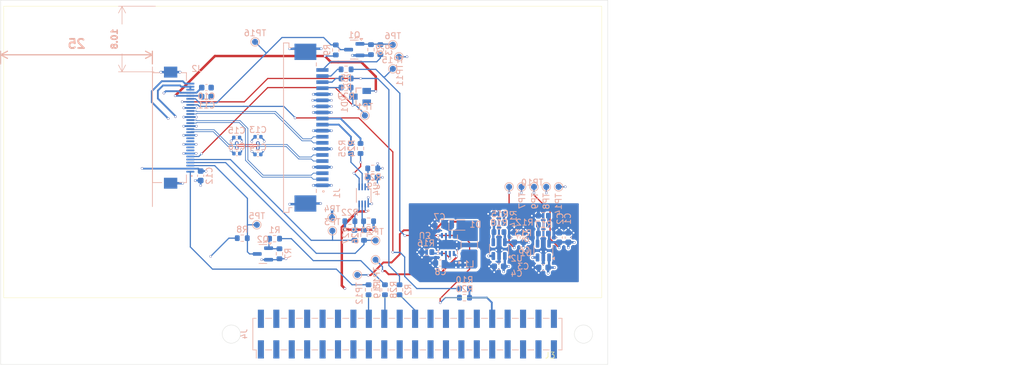
<source format=kicad_pcb>
(kicad_pcb (version 20241229) (generator "pcbnew") (generator_version "9.0")
  (layers (0 "F.Cu" signal) (4 "In1.Cu" signal) (6 "In2.Cu" signal) (2 "B.Cu" signal) (13 "F.Paste" user) (15 "B.Paste" user) (5 "F.SilkS" user "F.Silkscreen") (7 "B.SilkS" user "B.Silkscreen") (1 "F.Mask" user) (3 "B.Mask" user) (25 "Edge.Cuts" user))
  (net 0 "")
  (net 1 "GND")
  (net 2 "+2V8")
  (net 3 "+3V3")
  (net 4 "Net-(D1-A)")
  (net 5 "Net-(U1-FB)")
  (net 6 "Net-(U2-FB)")
  (net 7 "Net-(U3-FB)")
  (net 8 "+1V8")
  (net 9 "/STM2LCD/D0_P")
  (net 10 "/STM2LCD/D3_N")
  (net 11 "/STM2LCD/CLK_P")
  (net 12 "/STM2LCD/D1_P")
  (net 13 "/STM2LCD/D0_N")
  (net 14 "/STM2LCD/CLK_N")
  (net 15 "/STM2LCD/D3_P")
  (net 16 "/STM2LCD/D2_P")
  (net 17 "/STM2LCD/D1_N")
  (net 18 "/STM2LCD/D2_N")
  (net 19 "Net-(Q1-G)")
  (net 20 "TP_RES_STM_SIDE")
  (net 21 "DC_LED_PWM")
  (net 22 "PWM")
  (net 23 "RESET")
  (net 24 "LCM_ID")
  (net 25 "TP_RES")
  (net 26 "TP_INT")
  (net 27 "TE")
  (net 28 "TP_SDA")
  (net 29 "TP_SCL")
  (net 30 "Net-(R12-Pad1)")
  (net 31 "Net-(R15-Pad1)")
  (net 32 " LED_K")
  (net 33 " LED_A")
  (net 34 "Net-(U4-SCL1)")
  (net 35 "Net-(U4-SDA1)")
  (net 36 "Net-(U4-EN)")
  (net 37 "Net-(U4-SDA2)")
  (net 38 "Net-(U4-SCL2)")
  (net 39 "Net-(J1-Pad11)")
  (net 40 "Net-(J1-Pad18)")
  (net 41 "Net-(J1-Pad12)")
  (net 42 "Net-(J1-Pad19)")
  (net 43 "Net-(J1-Pad20)")
  (net 78 "Net-(Q2-G)")
  (net 79 "Net-(J1-Pad17)")
  (net 81 "Net-(J4-Pin_22)")
  (net 82 "Net-(J4-Pin_16)")
  (net 83 "Net-(J4-Pin_32)")
  (net 86 "Net-(J4-Pin_18)")
  (footprint "lib:RPI_Hat_B+" (layer "F.Cu") (at 114 148)
    (property "Reference" "J3")
    (property "Value" "RPi_GPIO")
    (fp_rect (start -67 -55) (end 33 5) (stroke (width 0.05)) (fill no) (layer "Edge.Cuts"))
    (fp_circle (center -29 0) (end -30.500001 -0.000001) (stroke (width 0.05)) (fill no) (layer "Edge.Cuts"))
    (fp_circle (center 29 0) (end 30.500001 -0.000001) (stroke (width 0.05)) (fill no) (layer "Edge.Cuts"))
  )
  (footprint "Resistor_SMD:R_0603_1608Metric" (layer "B.Cu") (at 106.28 117.43 -90)
    (property "Reference" "R24")
    (property "Value" "0")
  )
  (footprint "Capacitor_SMD:C_0603_1608Metric" (layer "B.Cu") (at 80.9 108.9)
    (property "Reference" "C11")
    (property "Value" "0.47uF")
  )
  (footprint "TestPoint:TestPoint_Pad_D1.0mm" (layer "B.Cu") (at 108.75 135.75)
    (property "Reference" "TP13")
    (property "Value" "TestPoint")
  )
  (footprint "Resistor_SMD:R_0603_1608Metric" (layer "B.Cu") (at 123.4 142 180)
    (property "Reference" "R20")
    (property "Value" "0")
  )
  (footprint "Capacitor_SMD:C_0603_1608Metric" (layer "B.Cu") (at 133.1 132.1 90)
    (property "Reference" "C6")
    (property "Value" "4.7uF")
  )
  (footprint "Capacitor_SMD:C_0402_1005Metric" (layer "B.Cu") (at 85.9 118.26 180)
    (property "Reference" "C16")
    (property "Value" "100nF")
  )
  (footprint "TestPoint:TestPoint_Pad_D1.0mm" (layer "B.Cu") (at 101.64 130.98 180)
    (property "Reference" "TP3")
    (property "Value" "TestPoint")
  )
  (footprint "Resistor_SMD:R_0603_1608Metric" (layer "B.Cu") (at 106.85 131.73 -90)
    (property "Reference" "R26")
    (property "Value" "0")
  )
  (footprint "Package_TO_SOT_SMD:SOT-23-5" (layer "B.Cu") (at 136.385 134.244 90)
    (property "Reference" "U1")
    (property "Value" "TLV75801PDBV")
  )
  (footprint "lib:SOP50P310X90-8N" (layer "B.Cu") (at 106.8 125.1575 90)
    (property "Reference" "U4")
    (property "Value" "PCA9306DCURG4")
  )
  (footprint "TestPoint:TestPoint_Pad_D1.0mm" (layer "B.Cu") (at 88.91 99.87 180)
    (property "Reference" "TP16")
    (property "Value" "TestPoint")
  )
  (footprint "Resistor_SMD:R_0603_1608Metric" (layer "B.Cu") (at 92.9275 134.77 90)
    (property "Reference" "R7")
    (property "Value" "10k")
  )
  (footprint "Capacitor_SMD:C_0603_1608Metric" (layer "B.Cu") (at 131.6 132.1 90)
    (property "Reference" "C5")
    (property "Value" "0.47uF")
  )
  (footprint "Resistor_SMD:R_0603_1608Metric" (layer "B.Cu") (at 105.28 131.73 -90)
    (property "Reference" "R27")
    (property "Value" "0")
  )
  (footprint "TestPoint:TestPoint_Pad_D1.0mm" (layer "B.Cu") (at 101.59 128.84 180)
    (property "Reference" "TP4")
    (property "Value" "TestPoint")
  )
  (footprint "lib:SOT23" (layer "B.Cu") (at 106.2 108.9 -90)
    (property "Reference" "VD1")
    (property "Value" "BAS70-06.215")
  )
  (footprint "Resistor_SMD:R_0603_1608Metric" (layer "B.Cu") (at 129.1 128.2)
    (property "Reference" "R18")
    (property "Value" "15k")
  )
  (footprint "Resistor_SMD:R_0603_1608Metric" (layer "B.Cu") (at 108 101.15 90)
    (property "Reference" "R6")
    (property "Value" "100k")
  )
  (footprint "Connector_PinSocket_2.54mm:PinSocket_2x20_P2.54mm_Vertical_SMD" (layer "B.Cu") (at 114 148 -90)
    (property "Reference" "J4")
    (property "Value" "Conn_02x20_Odd_Even")
  )
  (footprint "Diode_SMD:D_SOD-323" (layer "B.Cu") (at 122.44 130.04)
    (property "Reference" "D1")
    (property "Value" "1N5819WS")
  )
  (footprint "Resistor_SMD:R_0603_1608Metric" (layer "B.Cu") (at 103.9 104.4)
    (property "Reference" "R5")
    (property "Value" "0")
  )
  (footprint "TestPoint:TestPoint_Pad_D1.0mm" (layer "B.Cu") (at 111.6 104.31 180)
    (property "Reference" "TP15")
    (property "Value" "TestPoint")
  )
  (footprint "TestPoint:TestPoint_Pad_D1.0mm" (layer "B.Cu") (at 108.76 132.59 180)
    (property "Reference" "TP2")
    (property "Value" "TestPoint")
  )
  (footprint "Resistor_SMD:R_0603_1608Metric" (layer "B.Cu") (at 117.2 134.5)
    (property "Reference" "R16")
    (property "Value" "6.8")
  )
  (footprint "TestPoint:TestPoint_Pad_D1.0mm" (layer "B.Cu") (at 105.75 138.25)
    (property "Reference" "TP12")
    (property "Value" "TestPoint")
  )
  (footprint "Resistor_SMD:R_0603_1608Metric" (layer "B.Cu") (at 108.29 120.71)
    (property "Reference" "R23")
    (property "Value" "200k")
  )
  (footprint "Capacitor_SMD:C_0402_1005Metric" (layer "B.Cu") (at 85.88 115.63 180)
    (property "Reference" "C15")
    (property "Value" "100nF")
  )
  (footprint "lib:DRB8_1P75X1P5" (layer "B.Cu") (at 120.6712 133.244 90)
    (property "Reference" "U3")
    (property "Value" "TPS61042DRBR")
  )
  (footprint "Resistor_SMD:R_0603_1608Metric" (layer "B.Cu") (at 104.53 129.41 180)
    (property "Reference" "R22")
    (property "Value" "1k")
  )
  (footprint "Capacitor_SMD:C_0603_1608Metric" (layer "B.Cu") (at 140.5 132.1 90)
    (property "Reference" "C1")
    (property "Value" "0.47uF")
  )
  (footprint "lib:HIROSE_FH12-30S-0.5SH_55_" (layer "B.Cu") (at 78.25 114 90)
    (property "Reference" "J2")
    (property "Value" "FH12-30S-0.5SH_55_")
  )
  (footprint "Capacitor_SMD:C_0402_1005Metric" (layer "B.Cu") (at 89.39 115.51 180)
    (property "Reference" "C13")
    (property "Value" "100nF" (hide yes))
  )
  (footprint "Package_TO_SOT_SMD:SOT-23" (layer "B.Cu") (at 90.2 134.8 180)
    (property "Reference" "Q2")
    (property "Value" "2N7002")
  )
  (footprint "TestPoint:TestPoint_Pad_D1.0mm" (layer "B.Cu") (at 111.6 100.35 180)
    (property "Reference" "TP6")
    (property "Value" "TestPoint")
  )
  (footprint "TestPoint:TestPoint_Pad_D1.0mm" (layer "B.Cu") (at 107 112 180)
    (property "Reference" "TP1")
    (property "Value" "TestPoint")
  )
  (footprint "Resistor_SMD:R_0603_1608Metric" (layer "B.Cu") (at 107.605 129.41)
    (property "Reference" "R21")
    (property "Value" "1k")
  )
  (footprint "Resistor_SMD:R_0603_1608Metric" (layer "B.Cu") (at 109.55 101.15 90)
    (property "Reference" "R3")
    (property "Value" "330")
  )
  (footprint "Resistor_SMD:R_0603_1608Metric" (layer "B.Cu") (at 123.4 140.5 180)
    (property "Reference" "R10")
    (property "Value" "0")
  )
  (footprint "TestPoint:TestPoint_Pad_D1.0mm" (layer "B.Cu") (at 138.9 123.75)
    (property "Reference" "TP14")
    (property "Value" "TestPoint")
  )
  (footprint "Inductor_SMD:L_1210_3225Metric" (layer "B.Cu") (at 124.2 133.3 90)
    (property "Reference" "L1")
    (property "Value" "L")
  )
  (footprint "lib:TE_2-84953-0" (layer "B.Cu") (at 100 114 90)
    (property "Reference" "J1")
    (property "Value" "2-84953-0")
  )
  (footprint "TestPoint:TestPoint_Pad_D1.0mm" (layer "B.Cu") (at 136.875 123.75)
    (property "Reference" "TP8")
    (property "Value" "TestPoint")
  )
  (footprint "Resistor_SMD:R_0603_1608Metric" (layer "B.Cu") (at 112.7 140.7 90)
    (property "Reference" "R2")
    (property "Value" "0")
  )
  (footprint "Capacitor_SMD:C_0603_1608Metric" (layer "B.Cu") (at 119.4 136.3 180)
    (property "Reference" "C8")
    (property "Value" "4.7uF")
  )
  (footprint "Package_TO_SOT_SMD:SOT-23-5" (layer "B.Cu") (at 129.1 134 90)
    (property "Reference" "U2")
    (property "Value" "TLV75801PDBV")
  )
  (footprint "Capacitor_SMD:C_0603_1608Metric" (layer "B.Cu") (at 80.9 107.4)
    (property "Reference" "C10")
    (property "Value" "0.47uF")
  )
  (footprint "Capacitor_SMD:C_0402_1005Metric" (layer "B.Cu") (at 89.38 118.41 180)
    (property "Reference" "C14")
    (property "Value" "100nF" (hide yes))
  )
  (footprint "Resistor_SMD:R_0603_1608Metric" (layer "B.Cu") (at 136.4 131.438999)
    (property "Reference" "R13")
    (property "Value" "220k")
  )
  (footprint "Capacitor_SMD:C_0603_1608Metric" (layer "B.Cu") (at 136.4 137.038999 180)
    (property "Reference" "C3")
    (property "Value" "0.47uF")
  )
  (footprint "Capacitor_SMD:C_0603_1608Metric" (layer "B.Cu") (at 119.295 130.13 180)
    (property "Reference" "C7")
    (property "Value" "1uF")
  )
  (footprint "Resistor_SMD:R_0603_1608Metric" (layer "B.Cu") (at 107.6 140.7 90)
    (property "Reference" "R19")
    (property "Value" "0")
  )
  (footprint "Resistor_SMD:R_0603_1608Metric" (layer "B.Cu") (at 136.4 128.5)
    (property "Reference" "R17")
    (property "Value" "2k7")
  )
  (footprint "TestPoint:TestPoint_Pad_D1.0mm" (layer "B.Cu") (at 112.6 102.33)
    (property "Reference" "TP11")
    (property "Value" "TestPoint")
  )
  (footprint "Resistor_SMD:R_0603_1608Metric" (layer "B.Cu") (at 110.3 140.7 90)
    (property "Reference" "R28")
    (property "Value" "0")
  )
  (footprint "Resistor_SMD:R_0603_1608Metric" (layer "B.Cu") (at 102.2 101.2 -90)
    (property "Reference" "R9")
    (property "Value" "10k")
  )
  (footprint "Resistor_SMD:R_0603_1608Metric" (layer "B.Cu") (at 129.0775 129.7 180)
    (property "Reference" "R15")
    (property "Value" "82k")
  )
  (footprint "Resistor_SMD:R_0603_1608Metric" (layer "B.Cu") (at 103.9 107.4)
    (property "Reference" "R29")
    (property "Value" "330")
  )
  (footprint "Resistor_SMD:R_0603_1608Metric" (layer "B.Cu") (at 92.1175 132.28 180)
    (property "Reference" "R1")
    (property "Value" "330")
  )
  (footprint "TestPoint:TestPoint_Pad_D1.0mm" (layer "B.Cu") (at 130.75 123.75)
    (property "Reference" "TP10")
    (property "Value" "TestPoint")
  )
  (footprint "Resistor_SMD:R_0603_1608Metric" (layer "B.Cu") (at 103.9 105.9)
    (property "Reference" "R4")
    (property "Value" "0")
  )
  (footprint "TestPoint:TestPoint_Pad_D1.0mm" (layer "B.Cu") (at 134.85 123.75)
    (property "Reference" "TP9")
    (property "Value" "TestPoint")
  )
  (footprint "Capacitor_SMD:C_0603_1608Metric" (layer "B.Cu") (at 108.28 122.21)
    (property "Reference" "C9")
    (property "Value" "0.47uF")
  )
  (footprint "TestPoint:TestPoint_Pad_D1.0mm" (layer "B.Cu") (at 89.2 130 180)
    (property "Reference" "TP5")
    (property "Value" "TestPoint")
  )
  (footprint "Capacitor_SMD:C_0603_1608Metric" (layer "B.Cu") (at 139 132.1 90)
    (property "Reference" "C2")
    (property "Value" "4.7uF")
  )
  (footprint "Resistor_SMD:R_0603_1608Metric" (layer "B.Cu") (at 129.0775 131.2)
    (property "Reference" "R14")
    (property "Value" "220k")
  )
  (footprint "TestPoint:TestPoint_Pad_D1.0mm" (layer "B.Cu") (at 132.8 123.75)
    (property "Reference" "TP7")
    (property "Value" "TestPoint")
  )
  (footprint "Resistor_SMD:R_0603_1608Metric" (layer "B.Cu") (at 136.4 129.988999 180)
    (property "Reference" "R12")
    (property "Value" "51k")
  )
  (footprint "Capacitor_SMD:C_0603_1608Metric" (layer "B.Cu") (at 79.95 121.925 90)
    (property "Reference" "C12")
    (property "Value" "0.47uF")
  )
  (footprint "Capacitor_SMD:C_0603_1608Metric" (layer "B.Cu") (at 129.0775 136.85 180)
    (property "Reference" "C4")
    (property "Value" "0.47uF")
  )
  (footprint "Resistor_SMD:R_0603_1608Metric" (layer "B.Cu") (at 86.8 132.2 180)
    (property "Reference" "R8")
    (property "Value" "10k")
  )
  (footprint "Package_TO_SOT_SMD:SOT-23" (layer "B.Cu") (at 105.25 101.15 180)
    (property "Reference" "Q1")
    (property "Value" "2N7002")
  )
  (footprint "Resistor_SMD:R_0603_1608Metric" (layer "B.Cu") (at 104.7 117.43 -90)
    (property "Reference" "R25")
    (property "Value" "0")
  )
  (gr_rect (start 47.5 94) (end 146 142) (stroke (width 0.05)) (fill no) (layer "F.SilkS"))
  (gr_line (start 72 104) (end 72 127) (stroke (width 0.127)) (layer "B.SilkS"))
  (dimension (type orthogonal) (layer "B.SilkS") (pts (xy 72.775 104.8) (xy 73 94)) (height -5.775) (orientation 1) (format (prefix "") (suffix "") (units 3) (units_format 0) (precision 4) (suppress_zeroes yes)) (style (thickness 0.1) (arrow_length 1.27) (text_position_mode 0) (arrow_direction outward) (extension_height 0.58642) (extension_offset 0.5) (keep_text_aligned yes)) (gr_text "10.8" (at 65.75 99.4 90) (layer "B.SilkS") (effects (font (size 1 1) (thickness 0.3)) (justify mirror))))
  (dimension (type orthogonal) (layer "B.SilkS") (pts (xy 72 104) (xy 47 104)) (height -2) (orientation 0) (format (prefix "") (suffix "") (units 3) (units_format 0) (precision 4) (suppress_zeroes yes)) (style (thickness 0.2) (arrow_length 1.27) (text_position_mode 0) (arrow_direction outward) (extension_height 0.58642) (extension_offset 0.5) (keep_text_aligned yes)) (gr_text "25" (at 59.5 100.2 0) (layer "B.SilkS") (effects (font (size 1.5 1.5) (thickness 0.3)) (justify mirror))))
  (via (at 88.38 116.29) (size 0.4) (drill 0.3) (layers "F.Cu" "B.Cu") (net 1))
  (via (at 131.6 130.4) (size 0.4) (drill 0.3) (layers "F.Cu" "B.Cu") (net 1))
  (via (at 113.93 102.33) (size 0.4) (drill 0.3) (layers "F.Cu" "B.Cu") (net 1))
  (via (at 109 123.3) (size 0.4) (drill 0.3) (layers "F.Cu" "B.Cu") (net 1))
  (via (at 119.03 133.355) (size 0.4) (drill 0.3) (layers "F.Cu" "B.Cu") (net 1))
  (via (at 101.5 123.5) (size 0.4) (drill 0.3) (layers "F.Cu" "B.Cu") (net 1))
  (via (at 115.6 134.5) (size 0.4) (drill 0.3) (layers "F.Cu" "B.Cu") (net 1))
  (via (at 132.75 124.75) (size 0.4) (drill 0.3) (layers "F.Cu" "B.Cu") (net 1))
  (via (at 116.4 135.4) (size 0.4) (drill 0.3) (layers "F.Cu" "B.Cu") (net 1))
  (via (at 127.45 136.85) (size 0.4) (drill 0.3) (layers "F.Cu" "B.Cu") (net 1))
  (via (at 73.4 104.85) (size 0.4) (drill 0.3) (layers "F.Cu" "B.Cu") (net 1))
  (via (at 101.5 120.5) (size 0.4) (drill 0.3) (layers "F.Cu" "B.Cu") (net 1))
  (via (at 76.55 104.85) (size 0.4) (drill 0.3) (layers "F.Cu" "B.Cu") (net 1))
  (via (at 118.495 129.13) (size 0.4) (drill 0.3) (layers "F.Cu" "B.Cu") (net 1))
  (via (at 119.03 132.755) (size 0.4) (drill 0.3) (layers "F.Cu" "B.Cu") (net 1))
  (via (at 128.628487 134.171513) (size 0.4) (drill 0.3) (layers "F.Cu" "B.Cu") (net 1))
  (via (at 136 134.4) (size 0.4) (drill 0.3) (layers "F.Cu" "B.Cu") (net 1))
  (via (at 79.05 122.725) (size 0.4) (drill 0.3) (layers "F.Cu" "B.Cu") (net 1))
  (via (at 104.93 102.09) (size 0.4) (drill 0.3) (layers "F.Cu" "B.Cu") (net 1))
  (via (at 101.5 114.5) (size 0.4) (drill 0.3) (layers "F.Cu" "B.Cu") (net 1))
  (via (at 77.15 113.75) (size 0.4) (drill 0.3) (layers "F.Cu" "B.Cu") (net 1))
  (via (at 127.3 128.2) (size 0.4) (drill 0.3) (layers "F.Cu" "B.Cu") (net 1))
  (via (at 139 130.5) (size 0.4) (drill 0.3) (layers "F.Cu" "B.Cu") (net 1))
  (via (at 117.595 130.13) (size 0.4) (drill 0.3) (layers "F.Cu" "B.Cu") (net 1))
  (via (at 99.8 101) (size 0.4) (drill 0.3) (layers "F.Cu" "B.Cu") (net 1))
  (via (at 79.2 118.25) (size 0.4) (drill 0.3) (layers "F.Cu" "B.Cu") (net 1))
  (via (at 116.4 133.6) (size 0.4) (drill 0.3) (layers "F.Cu" "B.Cu") (net 1))
  (via (at 135.625 137.925) (size 0.4) (drill 0.3) (layers "F.Cu" "B.Cu") (net 1))
  (via (at 107.55 125.5) (size 0.4) (drill 0.3) (layers "F.Cu" "B.Cu") (net 1))
  (via (at 117.7 136.3) (size 0.4) (drill 0.3) (layers "F.Cu" "B.Cu") (net 1))
  (via (at 84.96 117.79) (size 0.4) (drill 0.3) (layers "F.Cu" "B.Cu") (net 1))
  (via (at 122.13 132.855) (size 0.4) (drill 0.3) (layers "F.Cu" "B.Cu") (net 1))
  (via (at 140.5 130.5) (size 0.4) (drill 0.3) (layers "F.Cu" "B.Cu") (net 1))
  (via (at 136.8 134.4) (size 0.4) (drill 0.3) (layers "F.Cu" "B.Cu") (net 1))
  (via (at 128.3 137.8) (size 0.4) (drill 0.3) (layers "F.Cu" "B.Cu") (net 1))
  (via (at 134 131.325) (size 0.4) (drill 0.3) (layers "F.Cu" "B.Cu") (net 1))
  (via (at 119.03 133.955) (size 0.4) (drill 0.3) (layers "F.Cu" "B.Cu") (net 1))
  (via (at 98.5 117.5) (size 0.4) (drill 0.3) (layers "F.Cu" "B.Cu") (net 1))
  (via (at 98.5 111.5) (size 0.4) (drill 0.3) (layers "F.Cu" "B.Cu") (net 1))
  (via (at 98.5 108.5) (size 0.4) (drill 0.3) (layers "F.Cu" "B.Cu") (net 1))
  (via (at 84.96 116.2) (size 0.4) (drill 0.3) (layers "F.Cu" "B.Cu") (net 1))
  (via (at 141.375 131.325) (size 0.4) (drill 0.3) (layers "F.Cu" "B.Cu") (net 1))
  (via (at 109.9 122.2) (size 0.4) (drill 0.3) (layers "F.Cu" "B.Cu") (net 1))
  (via (at 77.15 116.75) (size 0.4) (drill 0.3) (layers "F.Cu" "B.Cu") (net 1))
  (via (at 94.6 101) (size 0.4) (drill 0.3) (layers "F.Cu" "B.Cu") (net 1))
  (via (at 77 123.15) (size 0.4) (drill 0.3) (layers "F.Cu" "B.Cu") (net 1))
  (via (at 134.5 128.5) (size 0.4) (drill 0.3) (layers "F.Cu" "B.Cu") (net 1))
  (via (at 77.15 115.25) (size 0.4) (drill 0.3) (layers "F.Cu" "B.Cu") (net 1))
  (via (at 133.1 130.4) (size 0.4) (drill 0.3) (layers "F.Cu" "B.Cu") (net 1))
  (via (at 122.13 133.855) (size 0.4) (drill 0.3) (layers "F.Cu" "B.Cu") (net 1))
  (via (at 101.5 117.5) (size 0.4) (drill 0.3) (layers "F.Cu" "B.Cu") (net 1))
  (via (at 88.4 117.92) (size 0.4) (drill 0.3) (layers "F.Cu" "B.Cu") (net 1))
  (via (at 94.6 126.6) (size 0.4) (drill 0.3) (layers "F.Cu" "B.Cu") (net 1))
  (via (at 108.13 126.55) (size 0.4) (drill 0.3) (layers "F.Cu" "B.Cu") (net 1))
  (via (at 94 135.6) (size 0.4) (drill 0.3) (layers "F.Cu" "B.Cu") (net 1))
  (via (at 99.71 126.49) (size 0.4) (drill 0.3) (layers "F.Cu" "B.Cu") (net 1))
  (via (at 134.638999 137.038999) (size 0.4) (drill 0.3) (layers "F.Cu" "B.Cu") (net 1))
  (via (at 79.25 113.75) (size 0.4) (drill 0.3) (layers "F.Cu" "B.Cu") (net 1))
  (via (at 118.625 137.225) (size 0.4) (drill 0.3) (layers "F.Cu" "B.Cu") (net 1))
  (via (at 77.15 112.25) (size 0.4) (drill 0.3) (layers "F.Cu" "B.Cu") (net 1))
  (via (at 98.5 123.5) (size 0.4) (drill 0.3) (layers "F.Cu" "B.Cu") (net 1))
  (via (at 79.25 112.25) (size 0.4) (drill 0.3) (layers "F.Cu" "B.Cu") (net 1))
  (via (at 79.2 115.25) (size 0.4) (drill 0.3) (layers "F.Cu" "B.Cu") (net 1))
  (via (at 77.15 118.25) (size 0.4) (drill 0.3) (layers "F.Cu" "B.Cu") (net 1))
  (via (at 129.571513 134.171513) (size 0.4) (drill 0.3) (layers "F.Cu" "B.Cu") (net 1))
  (via (at 79.2 116.75) (size 0.4) (drill 0.3) (layers "F.Cu" "B.Cu") (net 1))
  (via (at 136.875 124.75) (size 0.4) (drill 0.3) (layers "F.Cu" "B.Cu") (net 1))
  (via (at 101.5 111.5) (size 0.4) (drill 0.3) (layers "F.Cu" "B.Cu") (net 1))
  (via (at 79.95 123.525) (size 0.4) (drill 0.3) (layers "F.Cu" "B.Cu") (net 1))
  (via (at 101.58 127.55) (size 0.4) (drill 0.3) (layers "F.Cu" "B.Cu") (net 1))
  (via (at 98.5 120.5) (size 0.4) (drill 0.3) (layers "F.Cu" "B.Cu") (net 1))
  (via (at 90 135.75) (size 0.4) (drill 0.3) (layers "F.Cu" "B.Cu") (net 1))
  (via (at 101.5 108.5) (size 0.4) (drill 0.3) (layers "F.Cu" "B.Cu") (net 1))
  (via (at 77.15 110.75) (size 0.4) (drill 0.3) (layers "F.Cu" "B.Cu") (net 1))
  (via (at 98.5 114.5) (size 0.4) (drill 0.3) (layers "F.Cu" "B.Cu") (net 1))
  (via (at 79.25 110.75) (size 0.4) (drill 0.3) (layers "F.Cu" "B.Cu") (net 1))
  (segment (start 77.15 112.25) (end 78.25 112.25) (width 0.3) (layer "B.Cu") (net 1))
  (segment (start 79.2 118.25) (end 78.25 118.25) (width 0.3) (layer "B.Cu") (net 1))
  (segment (start 136.385 134.785) (end 136 134.4) (width 0.4) (layer "B.Cu") (net 1))
  (segment (start 116.375 134.5) (end 116.375 133.625) (width 0.3) (layer "B.Cu") (net 1))
  (segment (start 107.855 102.12) (end 106.2075 102.12) (width 0.4) (layer "B.Cu") (net 1))
  (segment (start 97.2 126.49) (end 97.09 126.6) (width 0.4) (layer "B.Cu") (net 1))
  (segment (start 97.2 101.51) (end 96.69 101) (width 0.4) (layer "B.Cu") (net 1))
  (segment (start 101.59 127.56) (end 101.58 127.55) (width 0.4) (layer "B.Cu") (net 1))
  (segment (start 100 111.5) (end 101.5 111.5) (width 0.4) (layer "B.Cu") (net 1))
  (segment (start 118.52 129.155) (end 118.495 129.13) (width 0.3) (layer "B.Cu") (net 1))
  (segment (start 77.15 115.25) (end 78.25 115.25) (width 0.3) (layer "B.Cu") (net 1))
  (segment (start 85.42 118.26) (end 84.96 117.8) (width 0.2) (layer "B.Cu") (net 1))
  (segment (start 88.38 116.29) (end 88.38 116.04) (width 0.2) (layer "B.Cu") (net 1))
  (segment (start 116.375 135.375) (end 116.4 135.4) (width 0.3) (layer "B.Cu") (net 1))
  (segment (start 73.4 104.85) (end 75 104.85) (width 0.4) (layer "B.Cu") (net 1))
  (segment (start 134.638999 137.038999) (end 135.625 137.038999) (width 0.4) (layer "B.Cu") (net 1))
  (segment (start 128.3025 137.7975) (end 128.3 137.8) (width 0.4) (layer "B.Cu") (net 1))
  (segment (start 136.385 134.815) (end 136.8 134.4) (width 0.4) (layer "B.Cu") (net 1))
  (segment (start 97.2 101.51) (end 97.71 101) (width 0.4) (layer "B.Cu") (net 1))
  (segment (start 116.375 133.625) (end 116.4 133.6) (width 0.3) (layer "B.Cu") (net 1))
  (segment (start 140.5 131.325) (end 140.5 130.5) (width 0.4) (layer "B.Cu") (net 1))
  (segment (start 129.1 134.643026) (end 128.628487 134.171513) (width 0.4) (layer "B.Cu") (net 1))
  (segment (start 99.71 126.49) (end 97.2 126.49) (width 0.4) (layer "B.Cu") (net 1))
  (segment (start 104.94 102.1) (end 104.93 102.09) (width 0.4) (layer "B.Cu") (net 1))
  (segment (start 79.25 112.25) (end 78.25 112.25) (width 0.3) (layer "B.Cu") (net 1))
  (segment (start 77.15 116.75) (end 78.25 116.75) (width 0.3) (layer "B.Cu") (net 1))
  (segment (start 109.89 122.21) (end 109.9 122.2) (width 0.2) (layer "B.Cu") (net 1))
  (segment (start 90 135.75) (end 91.1375 135.75) (width 0.2) (layer "B.Cu") (net 1))
  (segment (start 88.89 118.41) (end 88.4 117.92) (width 0.2) (layer "B.Cu") (net 1))
  (segment (start 97.09 126.6) (end 94.6 126.6) (width 0.4) (layer "B.Cu") (net 1))
  (segment (start 79.2 115.25) (end 78.25 115.25) (width 0.3) (layer "B.Cu") (net 1))
  (segment (start 96.69 101) (end 94.6 101) (width 0.4) (layer "B.Cu") (net 1))
  (segment (start 109.055 123.245) (end 109 123.3) (width 0.2) (layer "B.Cu") (net 1))
  (segment (start 116.375 134.5) (end 116.375 135.375) (width 0.3) (layer "B.Cu") (net 1))
  (segment (start 84.96 117.8) (end 84.96 117.79) (width 0.2) (layer "B.Cu") (net 1))
  (segment (start 133.1 131.325) (end 133.1 130.4) (width 0.4) (layer "B.Cu") (net 1))
  (segment (start 78.25 110.75) (end 77.15 110.75) (width 0.3) (layer "B.Cu") (net 1))
  (segment (start 141.375 131.325) (end 140.5 131.325) (width 0.4) (layer "B.Cu") (net 1))
  (segment (start 76.55 104.85) (end 75 104.85) (width 0.4) (layer "B.Cu") (net 1))
  (segment (start 129.1 134.643026) (end 129.571513 134.171513) (width 0.4) (layer "B.Cu") (net 1))
  (segment (start 100 114.5) (end 98.5 114.5) (width 0.4) (layer "B.Cu") (net 1))
  (segment (start 100 108.5) (end 101.5 108.5) (width 0.4) (layer "B.Cu") (net 1))
  (segment (start 79.075 122.7) (end 79.05 122.725) (width 0.3) (layer "B.Cu") (net 1))
  (segment (start 118.625 136.3) (end 117.7 136.3) (width 0.3) (layer "B.Cu") (net 1))
  (segment (start 135.575 128.5) (end 134.5 128.5) (width 0.4) (layer "B.Cu") (net 1))
  (segment (start 97.71 101) (end 99.8 101) (width 0.4) (layer "B.Cu") (net 1))
  (segment (start 88.38 116.04) (end 88.91 115.51) (width 0.2) (layer "B.Cu") (net 1))
  (segment (start 136.385 135.3815) (end 136.385 134.815) (width 0.4) (layer "B.Cu") (net 1))
  (segment (start 134 131.325) (end 133.1 131.325) (width 0.4) (layer "B.Cu") (net 1))
  (segment (start 107.55 126.5625) (end 107.55 125.5) (width 0.2) (layer "B.Cu") (net 1))
  (segment (start 93.995 135.595) (end 94 135.6) (width 0.2) (layer "B.Cu") (net 1))
  (segment (start 100 108.5) (end 98.5 108.5) (width 0.4) (layer "B.Cu") (net 1))
  (segment (start 79.25 113.75) (end 78.25 113.75) (width 0.3) (layer "B.Cu") (net 1))
  (segment (start 77 123.15) (end 75 123.15) (width 0.4) (layer "B.Cu") (net 1))
  (segment (start 85.4 115.76) (end 84.96 116.2) (width 0.2) (layer "B.Cu") (net 1))
  (segment (start 100 123.5) (end 98.5 123.5) (width 0.4) (layer "B.Cu") (net 1))
  (segment (start 77.15 118.25) (end 78.25 118.25) (width 0.3) (layer "B.Cu") (net 1))
  (segment (start 79.25 110.75) (end 78.25 110.75) (width 0.3) (layer "B.Cu") (net 1))
  (segment (start 132.75 124.75) (end 132.8 124.7) (width 0.2) (layer "B.Cu") (net 1))
  (segment (start 118.52 130.13) (end 118.52 129.155) (width 0.3) (layer "B.Cu") (net 1))
  (segment (start 109.055 122.21) (end 109.055 123.245) (width 0.2) (layer "B.Cu") (net 1))
  (segment (start 128.3025 136.85) (end 128.3025 137.7975) (width 0.4) (layer "B.Cu") (net 1))
  (segment (start 108 101.975) (end 107.855 102.12) (width 0.4) (layer "B.Cu") (net 1))
  (segment (start 120.346199 131.768999) (end 120.346199 132.918999) (width 0.3) (layer "B.Cu") (net 1))
  (segment (start 91.1375 135.75) (end 92.7725 135.75) (width 0.2) (layer "B.Cu") (net 1))
  (segment (start 106.2075 102.12) (end 106.1875 102.1) (width 0.4) (layer "B.Cu") (net 1))
  (segment (start 79.95 122.7) (end 79.95 123.525) (width 0.3) (layer "B.Cu") (net 1))
  (segment (start 139 131.325) (end 139 130.5) (width 0.4) (layer "B.Cu") (net 1))
  (segment (start 106.1875 102.1) (end 104.94 102.1) (width 0.4) (layer "B.Cu") (net 1))
  (segment (start 135.625 137.925) (end 135.625 137.038999) (width 0.4) (layer "B.Cu") (net 1))
  (segment (start 88.9 118.41) (end 88.89 118.41) (width 0.2) (layer "B.Cu") (net 1))
  (segment (start 107.55 126.5625) (end 108.1175 126.5625) (width 0.2) (layer "B.Cu") (net 1))
  (segment (start 112.6 102.33) (end 113.93 102.33) (width 0.2) (layer "B.Cu") (net 1))
  (segment (start 100 120.5) (end 98.5 120.5) (width 0.4) (layer "B.Cu") (net 1))
  (segment (start 100 111.5) (end 98.5 111.5) (width 0.4) (layer "B.Cu") (net 1))
  (segment (start 118.52 130.13) (end 117.595 130.13) (width 0.3) (layer "B.Cu") (net 1))
  (segment (start 129.1 135.1375) (end 129.1 134.643026) (width 0.4) (layer "B.Cu") (net 1))
  (segment (start 100 117.5) (end 98.5 117.5) (width 0.4) (layer "B.Cu") (net 1))
  (segment (start 100 117.5) (end 101.5 117.5) (width 0.4) (layer "B.Cu") (net 1))
  (segment (start 92.7725 135.75) (end 92.9275 135.595) (width 0.2) (layer "B.Cu") (net 1))
  (segment (start 92.9275 135.595) (end 93.995 135.595) (width 0.2) (layer "B.Cu") (net 1))
  (segment (start 127.45 136.85) (end 128.3025 136.85) (width 0.4) (layer "B.Cu") (net 1))
  (segment (start 131.6 131.325) (end 131.6 130.4) (width 0.4) (layer "B.Cu") (net 1))
  (segment (start 120.346199 132.918999) (end 120.6712 133.244) (width 0.3) (layer "B.Cu") (net 1))
  (segment (start 100 123.5) (end 101.5 123.5) (width 0.4) (layer "B.Cu") (net 1))
  (segment (start 132.8 124.7) (end 132.8 123.75) (width 0.2) (layer "B.Cu") (net 1))
  (segment (start 136.385 135.3815) (end 136.385 134.785) (width 0.4) (layer "B.Cu") (net 1))
  (segment (start 79.95 122.7) (end 79.075 122.7) (width 0.3) (layer "B.Cu") (net 1))
  (segment (start 128.275 128.2) (end 127.3 128.2) (width 0.4) (layer "B.Cu") (net 1))
  (segment (start 136.875 124.75) (end 136.875 123.75) (width 0.2) (layer "B.Cu") (net 1))
  (segment (start 108.1175 126.5625) (end 108.13 126.55) (width 0.2) (layer "B.Cu") (net 1))
  (segment (start 101.59 128.84) (end 101.59 127.56) (width 0.4) (layer "B.Cu") (net 1))
  (segment (start 100 114.5) (end 101.5 114.5) (width 0.4) (layer "B.Cu") (net 1))
  (segment (start 118.625 137.225) (end 118.625 136.3) (width 0.3) (layer "B.Cu") (net 1))
  (segment (start 109.055 122.21) (end 109.89 122.21) (width 0.2) (layer "B.Cu") (net 1))
  (segment (start 100 120.5) (end 101.5 120.5) (width 0.4) (layer "B.Cu") (net 1))
  (segment (start 133.1 131.325) (end 131.6 131.325) (width 0.4) (layer "B.Cu") (net 1))
  (segment (start 85.4 115.63) (end 85.4 115.76) (width 0.2) (layer "B.Cu") (net 1))
  (segment (start 77.15 113.75) (end 78.25 113.75) (width 0.3) (layer "B.Cu") (net 1))
  (segment (start 79.2 116.75) (end 78.25 116.75) (width 0.3) (layer "B.Cu") (net 1))
  (segment (start 116.375 134.5) (end 115.6 134.5) (width 0.3) (layer "B.Cu") (net 1))
  (segment (start 134.85 124.75) (end 134.85 125.1) (width 0.2) (layer "F.Cu") (net 2))
  (segment (start 134.85 125.1) (end 137.5 127.75) (width 0.2) (layer "F.Cu") (net 2))
  (segment (start 137.5 132.3) (end 139 133.8) (width 0.2) (layer "F.Cu") (net 2))
  (segment (start 137.5 127.75) (end 137.5 132.3) (width 0.2) (layer "F.Cu") (net 2))
  (via (at 73.9 108.3) (size 0.4) (drill 0.3) (layers "F.Cu" "B.Cu") (net 2))
  (via (at 141.5 132.9) (size 0.4) (drill 0.3) (layers "F.Cu" "B.Cu") (net 2))
  (via (at 140.5 133.8) (size 0.4) (drill 0.3) (layers "F.Cu" "B.Cu") (net 2))
  (via (at 70.3 120.7) (size 0.4) (drill 0.3) (layers "F.Cu" "B.Cu") (net 2))
  (via (at 80.825 121.175) (size 0.4) (drill 0.3) (layers "F.Cu" "B.Cu") (net 2))
  (via (at 139 133.8) (size 0.4) (drill 0.3) (layers "F.Cu" "B.Cu") (net 2))
  (via (at 134.85 124.75) (size 0.4) (drill 0.3) (layers "F.Cu" "B.Cu") (net 2))
  (segment (start 140.5 132.875) (end 140.5 133.8) (width 0.4) (layer "B.Cu") (net 2))
  (segment (start 70.35 120.75) (end 78.25 120.75) (width 0.3) (layer "B.Cu") (net 2))
  (segment (start 79.55 120.75) (end 79.95 121.15) (width 0.3) (layer "B.Cu") (net 2))
  (segment (start 139 132.875) (end 137.5665 132.875) (width 0.4) (layer "B.Cu") (net 2))
  (segment (start 76.6 108.25) (end 78.25 108.25) (width 0.3) (layer "B.Cu") (net 2))
  (segment (start 137.5665 132.875) (end 137.335 133.1065) (width 0.4) (layer "B.Cu") (net 2))
  (segment (start 139 132.875) (end 139 133.8) (width 0.4) (layer "B.Cu") (net 2))
  (segment (start 80.8 121.15) (end 79.95 121.15) (width 0.3) (layer "B.Cu") (net 2))
  (segment (start 78.25 120.75) (end 79.55 120.75) (width 0.3) (layer "B.Cu") (net 2))
  (segment (start 74.2 108) (end 76.35 108) (width 0.3) (layer "B.Cu") (net 2))
  (segment (start 78.25 108.25) (end 79.275 108.25) (width 0.3) (layer "B.Cu") (net 2))
  (segment (start 79.275 108.25) (end 80.125 107.4) (width 0.3) (layer "B.Cu") (net 2))
  (segment (start 76.35 108) (end 76.6 108.25) (width 0.3) (layer "B.Cu") (net 2))
  (segment (start 137.335 131.548999) (end 137.225 131.438999) (width 0.4) (layer "B.Cu") (net 2))
  (segment (start 80.825 121.175) (end 80.8 121.15) (width 0.3) (layer "B.Cu") (net 2))
  (segment (start 139 132.875) (end 140.5 132.875) (width 0.4) (layer "B.Cu") (net 2))
  (segment (start 134.85 124.75) (end 134.85 123.75) (width 0.2) (layer "B.Cu") (net 2))
  (segment (start 140.5 132.875) (end 141.475 132.875) (width 0.4) (layer "B.Cu") (net 2))
  (segment (start 137.335 133.1065) (end 137.335 131.548999) (width 0.4) (layer "B.Cu") (net 2))
  (segment (start 141.475 132.875) (end 141.5 132.9) (width 0.4) (layer "B.Cu") (net 2))
  (segment (start 73.9 108.3) (end 74.2 108) (width 0.3) (layer "B.Cu") (net 2))
  (segment (start 70.3 120.7) (end 70.35 120.75) (width 0.3) (layer "B.Cu") (net 2))
  (via (at 98.4 109.5) (size 0.4) (drill 0.3) (layers "F.Cu" "B.Cu") (net 3))
  (via (at 90.41 116.27) (size 0.4) (drill 0.3) (layers "F.Cu" "B.Cu") (net 3))
  (via (at 123.5 137) (size 0.4) (drill 0.3) (layers "F.Cu" "B.Cu") (net 3))
  (via (at 109.1 119.9) (size 0.4) (drill 0.3) (layers "F.Cu" "B.Cu") (net 3))
  (via (at 122.75 136.25) (size 0.4) (drill 0.3) (layers "F.Cu" "B.Cu") (net 3))
  (via (at 122.75 137) (size 0.4) (drill 0.3) (layers "F.Cu" "B.Cu") (net 3))
  (via (at 90.25 117.75) (size 0.4) (drill 0.3) (layers "F.Cu" "B.Cu") (net 3))
  (via (at 122 136.25) (size 0.4) (drill 0.3) (layers "F.Cu" "B.Cu") (net 3))
  (via (at 137.175 137.975) (size 0.4) (drill 0.3) (layers "F.Cu" "B.Cu") (net 3))
  (via (at 140 123.75) (size 0.4) (drill 0.3) (layers "F.Cu" "B.Cu") (net 3))
  (via (at 86.73 116.27) (size 0.4) (drill 0.3) (layers "F.Cu" "B.Cu") (net 3))
  (via (at 127.3375 135.1375) (size 0.4) (drill 0.3) (layers "F.Cu" "B.Cu") (net 3))
  (via (at 98.5 110.5) (size 0.4) (drill 0.3) (layers "F.Cu" "B.Cu") (net 3))
  (via (at 123.5 136.25) (size 0.4) (drill 0.3) (layers "F.Cu" "B.Cu") (net 3))
  (via (at 129.8525 137.7525) (size 0.4) (drill 0.3) (layers "F.Cu" "B.Cu") (net 3))
  (via (at 86.68 117.58) (size 0.4) (drill 0.3) (layers "F.Cu" "B.Cu") (net 3))
  (via (at 109.9 120.7) (size 0.4) (drill 0.3) (layers "F.Cu" "B.Cu") (net 3))
  (via (at 130.7 136.85) (size 0.4) (drill 0.3) (layers "F.Cu" "B.Cu") (net 3))
  (via (at 122 137) (size 0.4) (drill 0.3) (layers "F.Cu" "B.Cu") (net 3))
  (via (at 101.5 110.5) (size 0.4) (drill 0.3) (layers "F.Cu" "B.Cu") (net 3))
  (via (at 138.261001 137.038999) (size 0.4) (drill 0.3) (layers "F.Cu" "B.Cu") (net 3))
  (via (at 134.6 135.4) (size 0.4) (drill 0.3) (layers "F.Cu" "B.Cu") (net 3))
  (via (at 101.5 109.5) (size 0.4) (drill 0.3) (layers "F.Cu" "B.Cu") (net 3))
  (segment (start 89.86 118.34) (end 90.25 117.95) (width 0.2) (layer "B.Cu") (net 3))
  (segment (start 90.41 116.08) (end 89.87 115.54) (width 0.2) (layer "B.Cu") (net 3))
  (segment (start 100 109.5) (end 101.5 109.5) (width 0.3) (layer "B.Cu") (net 3))
  (segment (start 100 109.5) (end 98.4 109.5) (width 0.3) (layer "B.Cu") (net 3))
  (segment (start 137.335 136.878999) (end 137.175 137.038999) (width 0.4) (layer "B.Cu") (net 3))
  (segment (start 134.6185 135.3815) (end 134.6 135.4) (width 0.4) (layer "B.Cu") (net 3))
  (segment (start 100 110.5) (end 98.5 110.5) (width 0.3) (layer "B.Cu") (net 3))
  (segment (start 86.73 116) (end 86.73 116.27) (width 0.2) (layer "B.Cu") (net 3))
  (segment (start 109.115 120.71) (end 109.89 120.71) (width 0.2) (layer "B.Cu") (net 3))
  (segment (start 109.89 120.71) (end 109.9 120.7) (width 0.2) (layer "B.Cu") (net 3))
  (segment (start 138.261001 137.038999) (end 137.175 137.038999) (width 0.4) (layer "B.Cu") (net 3))
  (segment (start 120.346199 134.719001) (end 120.346199 136.128801) (width 0.3) (layer "B.Cu") (net 3))
  (segment (start 130.05 136.6525) (end 129.8525 136.85) (width 0.4) (layer "B.Cu") (net 3))
  (segment (start 129.8525 137.7525) (end 129.8525 136.85) (width 0.4) (layer "B.Cu") (net 3))
  (segment (start 137.335 135.3815) (end 137.335 136.878999) (width 0.4) (layer "B.Cu") (net 3))
  (segment (start 138.9 123.75) (end 140 123.75) (width 0.2) (layer "B.Cu") (net 3))
  (segment (start 86.38 118.26) (end 86.68 117.96) (width 0.2) (layer "B.Cu") (net 3))
  (segment (start 135.435 135.3815) (end 134.6185 135.3815) (width 0.4) (layer "B.Cu") (net 3))
  (segment (start 90.25 117.95) (end 90.25 117.75) (width 0.2) (layer "B.Cu") (net 3))
  (segment (start 100 110.5) (end 101.5 110.5) (width 0.3) (layer "B.Cu") (net 3))
  (segment (start 90.41 116.27) (end 90.41 116.08) (width 0.2) (layer "B.Cu") (net 3))
  (segment (start 127.3375 135.1375) (end 128.15 135.1375) (width 0.4) (layer "B.Cu") (net 3))
  (segment (start 89.86 118.41) (end 89.86 118.34) (width 0.2) (layer "B.Cu") (net 3))
  (segment (start 120.346199 136.128801) (end 120.175 136.3) (width 0.3) (layer "B.Cu") (net 3))
  (segment (start 109.115 119.915) (end 109.1 119.9) (width 0.2) (layer "B.Cu") (net 3))
  (segment (start 137.175 137.975) (end 137.175 137.038999) (width 0.4) (layer "B.Cu") (net 3))
  (segment (start 130.05 135.1375) (end 130.05 136.6525) (width 0.4) (layer "B.Cu") (net 3))
  (segment (start 86.68 117.96) (end 86.68 117.58) (width 0.2) (layer "B.Cu") (net 3))
  (segment (start 130.7 136.85) (end 129.8525 136.85) (width 0.4) (layer "B.Cu") (net 3))
  (segment (start 86.36 115.63) (end 86.73 116) (width 0.2) (layer "B.Cu") (net 3))
  (segment (start 109.115 120.71) (end 109.115 119.915) (width 0.2) (layer "B.Cu") (net 3))
  (segment (start 89.87 115.54) (end 89.87 115.51) (width 0.2) (layer "B.Cu") (net 3))
  (segment (start 135.575 131.438999) (end 135.575 129.988999) (width 0.4) (layer "B.Cu") (net 5))
  (segment (start 135.435 131.578999) (end 135.575 131.438999) (width 0.4) (layer "B.Cu") (net 5))
  (segment (start 135.435 133.1065) (end 135.435 131.578999) (width 0.4) (layer "B.Cu") (net 5))
  (segment (start 128.2525 131.2) (end 128.2525 129.75) (width 0.4) (layer "B.Cu") (net 6))
  (segment (start 128.15 132.8625) (end 128.15 131.3025) (width 0.4) (layer "B.Cu") (net 6))
  (segment (start 128.15 131.3025) (end 128.2525 131.2) (width 0.4) (layer "B.Cu") (net 6))
  (segment (start 120.219001 134.719001) (end 119 134.719001) (width 0.2) (layer "F.Cu") (net 7))
  (segment (start 120.996201 135.496201) (end 120.219001 134.719001) (width 0.2) (layer "F.Cu") (net 7))
  (via (at 119 134.719001) (size 0.4) (drill 0.3) (layers "F.Cu" "B.Cu") (net 7))
  (via (at 120.996201 135.496201) (size 0.4) (drill 0.3) (layers "F.Cu" "B.Cu") (net 7))
  (segment (start 118.244001 134.719001) (end 118.025 134.5) (width 0.3) (layer "B.Cu") (net 7))
  (segment (start 120.996201 135.496201) (end 120.996201 134.719001) (width 0.3) (layer "B.Cu") (net 7))
  (segment (start 119.696201 134.719001) (end 119 134.719001) (width 0.3) (layer "B.Cu") (net 7))
  (segment (start 119 134.719001) (end 118.244001 134.719001) (width 0.3) (layer "B.Cu") (net 7))
  (segment (start 103.705 129.895) (end 105.8 127.8) (width 0.4) (layer "F.Cu") (net 8))
  (segment (start 106.4 103.2) (end 102.6 103.2) (width 0.4) (layer "F.Cu") (net 8))
  (segment (start 107.6 104.4) (end 106.4 103.2) (width 0.4) (layer "F.Cu") (net 8))
  (segment (start 103.2 130.8) (end 103.2 140) (width 0.4) (layer "F.Cu") (net 8))
  (segment (start 100.4 102.2) (end 82.3 102.2) (width 0.4) (layer "F.Cu") (net 8))
  (segment (start 103.2 130.4) (end 103.2 130.8) (width 0.4) (layer "F.Cu") (net 8))
  (segment (start 102.6 103.2) (end 101.4 103.2) (width 0.4) (layer "F.Cu") (net 8))
  (segment (start 108.8 108) (end 108.8 105.6) (width 0.4) (layer "F.Cu") (net 8))
  (segment (start 130.75 132.95) (end 131.6 133.8) (width 0.2) (layer "F.Cu") (net 8))
  (segment (start 103.2 140) (end 103.705 140.505) (width 0.4) (layer "F.Cu") (net 8))
  (segment (start 82.3 102.2) (end 75.75 108.75) (width 0.4) (layer "F.Cu") (net 8))
  (segment (start 108.8 105.6) (end 107.6 104.4) (width 0.4) (layer "F.Cu") (net 8))
  (segment (start 103.8 130.8) (end 103.2 130.8) (width 0.4) (layer "F.Cu") (net 8))
  (segment (start 103.705 129.895) (end 103.2 130.4) (width 0.4) (layer "F.Cu") (net 8))
  (segment (start 103.8 130.8) (end 108.4 130.8) (width 0.4) (layer "F.Cu") (net 8))
  (segment (start 130.75 124.75) (end 130.75 132.95) (width 0.2) (layer "F.Cu") (net 8))
  (segment (start 101.4 103.2) (end 100.4 102.2) (width 0.4) (layer "F.Cu") (net 8))
  (segment (start 105.8 127.8) (end 107.2 127.8) (width 0.4) (layer "F.Cu") (net 8))
  (via (at 107.2 127.8) (size 0.4) (drill 0.3) (layers "F.Cu" "B.Cu") (net 8))
  (via (at 75.75 108.75) (size 0.4) (drill 0.3) (layers "F.Cu" "B.Cu") (net 8))
  (via (at 108.8 108) (size 0.4) (drill 0.3) (layers "F.Cu" "B.Cu") (net 8))
  (via (at 81.6 135.2) (size 0.4) (drill 0.3) (layers "F.Cu" "B.Cu") (net 8))
  (via (at 130.75 124.75) (size 0.4) (drill 0.3) (layers "F.Cu" "B.Cu") (net 8))
  (via (at 103.705 130.78) (size 0.4) (drill 0.3) (layers "F.Cu" "B.Cu") (net 8))
  (via (at 133.1 133.8) (size 0.4) (drill 0.3) (layers "F.Cu" "B.Cu") (net 8))
  (via (at 108.4 130.8) (size 0.4) (drill 0.3) (layers "F.Cu" "B.Cu") (net 8))
  (via (at 100.4 102.2) (size 0.4) (drill 0.3) (layers "F.Cu" "B.Cu") (net 8))
  (via (at 134 132.9) (size 0.4) (drill 0.3) (layers "F.Cu" "B.Cu") (net 8))
  (via (at 131.6 133.8) (size 0.4) (drill 0.3) (layers "F.Cu" "B.Cu") (net 8))
  (via (at 103.705 140.505) (size 0.4) (drill 0.3) (layers "F.Cu" "B.Cu") (net 8))
  (segment (start 107.3 107.95) (end 108.75 107.95) (width 0.2) (layer "B.Cu") (net 8))
  (segment (start 130.0625 132.875) (end 130.05 132.8625) (width 0.4) (layer "B.Cu") (net 8))
  (segment (start 107.05 127.65) (end 107.2 127.8) (width 0.2) (layer "B.Cu") (net 8))
  (segment (start 133.975 132.875) (end 134 132.9) (width 0.4) (layer "B.Cu") (net 8))
  (segment (start 108.75 107.95) (end 108.8 108) (width 0.2) (layer "B.Cu") (net 8))
  (segment (start 84.6 132.2) (end 81.6 135.2) (width 0.2) (layer "B.Cu") (net 8))
  (segment (start 133.1 132.875) (end 130.0625 132.875) (width 0.4) (layer "B.Cu") (net 8))
  (segment (start 133.1 132.875) (end 133.1 133.8) (width 0.4) (layer "B.Cu") (net 8))
  (segment (start 79.975 108.75) (end 80.125 108.9) (width 0.3) (layer "B.Cu") (net 8))
  (segment (start 133.1 132.875) (end 133.975 132.875) (width 0.4) (layer "B.Cu") (net 8))
  (segment (start 85.975 132.2) (end 84.6 132.2) (width 0.2) (layer "B.Cu") (net 8))
  (segment (start 130.05 131.3475) (end 129.9025 131.2) (width 0.4) (layer "B.Cu") (net 8))
  (segment (start 100.4 102.2) (end 102.025 102.2) (width 0.2) (layer "B.Cu") (net 8))
  (segment (start 108.43 130.77) (end 108.4 130.8) (width 0.4) (layer "B.Cu") (net 8))
  (segment (start 78.25 108.75) (end 79.975 108.75) (width 0.3) (layer "B.Cu") (net 8))
  (segment (start 130.05 132.8625) (end 130.05 131.3475) (width 0.4) (layer "B.Cu") (net 8))
  (segment (start 130.75 124.75) (end 130.75 123.75) (width 0.2) (layer "B.Cu") (net 8))
  (segment (start 103.705 130.78) (end 103.705 129.41) (width 0.4) (layer "B.Cu") (net 8))
  (segment (start 78.25 108.75) (end 75.75 108.75) (width 0.3) (layer "B.Cu") (net 8))
  (segment (start 107.05 126.5625) (end 107.05 127.65) (width 0.2) (layer "B.Cu") (net 8))
  (segment (start 108.43 129.41) (end 108.43 130.77) (width 0.4) (layer "B.Cu") (net 8))
  (segment (start 102.025 102.2) (end 102.2 102.025) (width 0.2) (layer "B.Cu") (net 8))
  (segment (start 131.6 132.875) (end 131.6 133.8) (width 0.4) (layer "B.Cu") (net 8))
  (segment (start 79.225001 111.25) (end 79.313401 111.3384) (width 0.1232) (layer "B.Cu") (net 9))
  (segment (start 79.313401 111.3384) (end 92.276938 111.3384) (width 0.1232) (layer "B.Cu") (net 9))
  (segment (start 78.25 111.25) (end 79.225001 111.25) (width 0.1232) (layer "B.Cu") (net 9))
  (segment (start 98.499999 115.5) (end 100 115.5) (width 0.1232) (layer "B.Cu") (net 9))
  (segment (start 96.776938 115.8384) (end 98.161599 115.8384) (width 0.1232) (layer "B.Cu") (net 9))
  (segment (start 98.161599 115.8384) (end 98.499999 115.5) (width 0.1232) (layer "B.Cu") (net 9))
  (segment (start 92.276938 111.3384) (end 96.776938 115.8384) (width 0.1232) (layer "B.Cu") (net 9))
  (segment (start 89.1316 116.7784) (end 86.1284 116.7784) (width 0.1232) (layer "F.Cu") (net 11))
  (segment (start 86.1284 116.7784) (end 85.89 116.54) (width 0.1232) (layer "F.Cu") (net 11))
  (segment (start 89.37 116.54) (end 89.1316 116.7784) (width 0.1232) (layer "F.Cu") (net 11))
  (via (at 85.89 116.54) (size 0.6) (drill 0.3) (layers "F.Cu" "B.Cu") (net 11))
  (via (at 89.37 116.54) (size 0.6) (drill 0.3) (layers "F.Cu" "B.Cu") (net 11))
  (segment (start 84.596938 116.7784) (end 82.156938 114.3384) (width 0.1232) (layer "B.Cu") (net 11))
  (segment (start 94.166938 116.7784) (end 89.6084 116.7784) (width 0.1232) (layer "B.Cu") (net 11))
  (segment (start 96.226938 118.8384) (end 94.166938 116.7784) (width 0.1232) (layer "B.Cu") (net 11))
  (segment (start 85.6516 116.7784) (end 84.596938 116.7784) (width 0.1232) (layer "B.Cu") (net 11))
  (segment (start 100 118.5) (end 98.499999 118.5) (width 0.1232) (layer "B.Cu") (net 11))
  (segment (start 85.89 116.54) (end 85.6516 116.7784) (width 0.1232) (layer "B.Cu") (net 11))
  (segment (start 89.6084 116.7784) (end 89.37 116.54) (width 0.1232) (layer "B.Cu") (net 11))
  (segment (start 98.499999 118.5) (end 98.161599 118.8384) (width 0.1232) (layer "B.Cu") (net 11))
  (segment (start 82.156938 114.3384) (end 78.42 114.3384) (width 0.1232) (layer "B.Cu") (net 11))
  (segment (start 98.161599 118.8384) (end 96.226938 118.8384) (width 0.1232) (layer "B.Cu") (net 11))
  (segment (start 90.246938 121.8384) (end 87.72 119.311462) (width 0.1232) (layer "B.Cu") (net 12))
  (segment (start 100 121.5) (end 98.499999 121.5) (width 0.1232) (layer "B.Cu") (net 12))
  (segment (start 79.225001 112.75) (end 78.25 112.75) (width 0.1232) (layer "B.Cu") (net 12))
  (segment (start 98.499999 121.5) (end 98.161599 121.8384) (width 0.1232) (layer "B.Cu") (net 12))
  (segment (start 79.313401 112.8384) (end 79.225001 112.75) (width 0.1232) (layer "B.Cu") (net 12))
  (segment (start 87.72 119.311462) (end 87.72 114.121462) (width 0.1232) (layer "B.Cu") (net 12))
  (segment (start 98.161599 121.8384) (end 90.246938 121.8384) (width 0.1232) (layer "B.Cu") (net 12))
  (segment (start 86.436938 112.8384) (end 79.313401 112.8384) (width 0.1232) (layer "B.Cu") (net 12))
  (segment (start 87.72 114.121462) (end 86.436938 112.8384) (width 0.1232) (layer "B.Cu") (net 12))
  (segment (start 78.25 111.75) (end 79.225001 111.75) (width 0.1232) (layer "B.Cu") (net 13))
  (segment (start 98.161599 116.1616) (end 98.499999 116.5) (width 0.1232) (layer "B.Cu") (net 13))
  (segment (start 79.225001 111.75) (end 79.313401 111.6616) (width 0.1232) (layer "B.Cu") (net 13))
  (segment (start 79.313401 111.6616) (end 92.143062 111.6616) (width 0.1232) (layer "B.Cu") (net 13))
  (segment (start 98.499999 116.5) (end 100 116.5) (width 0.1232) (layer "B.Cu") (net 13))
  (segment (start 96.643062 116.1616) (end 98.161599 116.1616) (width 0.1232) (layer "B.Cu") (net 13))
  (segment (start 92.143062 111.6616) (end 96.643062 116.1616) (width 0.1232) (layer "B.Cu") (net 13))
  (segment (start 86.1284 117.1016) (end 85.89 117.34) (width 0.1232) (layer "F.Cu") (net 14))
  (segment (start 89.1316 117.1016) (end 86.1284 117.1016) (width 0.1232) (layer "F.Cu") (net 14))
  (segment (start 89.37 117.34) (end 89.1316 117.1016) (width 0.1232) (layer "F.Cu") (net 14))
  (via (at 85.89 117.34) (size 0.6) (drill 0.3) (layers "F.Cu" "B.Cu") (net 14))
  (via (at 89.37 117.34) (size 0.6) (drill 0.3) (layers "F.Cu" "B.Cu") (net 14))
  (segment (start 94.033062 117.1016) (end 89.6084 117.1016) (width 0.1232) (layer "B.Cu") (net 14))
  (segment (start 96.093062 119.1616) (end 94.033062 117.1016) (width 0.1232) (layer "B.Cu") (net 14))
  (segment (start 98.499999 119.5) (end 98.161599 119.1616) (width 0.1232) (layer "B.Cu") (net 14))
  (segment (start 84.463062 117.1016) (end 82.023062 114.6616) (width 0.1232) (layer "B.Cu") (net 14))
  (segment (start 78.25 114.75) (end 78.33 114.67) (width 0.1232) (layer "B.Cu") (net 14))
  (segment (start 98.161599 119.1616) (end 96.093062 119.1616) (width 0.1232) (layer "B.Cu") (net 14))
  (segment (start 85.6516 117.1016) (end 84.463062 117.1016) (width 0.1232) (layer "B.Cu") (net 14))
  (segment (start 100 119.5) (end 98.499999 119.5) (width 0.1232) (layer "B.Cu") (net 14))
  (segment (start 85.89 117.34) (end 85.6516 117.1016) (width 0.1232) (layer "B.Cu") (net 14))
  (segment (start 82.023062 114.6616) (end 78.42 114.6616) (width 0.1232) (layer "B.Cu") (net 14))
  (segment (start 89.6084 117.1016) (end 89.37 117.34) (width 0.1232) (layer "B.Cu") (net 14))
  (segment (start 98.161599 122.1616) (end 90.113062 122.1616) (width 0.1232) (layer "B.Cu") (net 17))
  (segment (start 98.499999 122.5) (end 98.161599 122.1616) (width 0.1232) (layer "B.Cu") (net 17))
  (segment (start 90.113062 122.1616) (end 87.33 119.378538) (width 0.1232) (layer "B.Cu") (net 17))
  (segment (start 86.303062 113.1616) (end 79.313401 113.1616) (width 0.1232) (layer "B.Cu") (net 17))
  (segment (start 79.313401 113.1616) (end 79.225001 113.25) (width 0.1232) (layer "B.Cu") (net 17))
  (segment (start 87.33 119.378538) (end 87.33 114.188538) (width 0.1232) (layer "B.Cu") (net 17))
  (segment (start 87.33 114.188538) (end 86.303062 113.1616) (width 0.1232) (layer "B.Cu") (net 17))
  (segment (start 79.225001 113.25) (end 78.25 113.25) (width 0.1232) (layer "B.Cu") (net 17))
  (segment (start 100 122.5) (end 98.499999 122.5) (width 0.1232) (layer "B.Cu") (net 17))
  (segment (start 106.2375 100.25) (end 106.1875 100.2) (width 0.2) (layer "B.Cu") (net 19))
  (segment (start 111.5 100.25) (end 106.2375 100.25) (width 0.2) (layer "B.Cu") (net 19))
  (segment (start 111.6 100.35) (end 111.5 100.25) (width 0.2) (layer "B.Cu") (net 19))
  (segment (start 110.3 139.875) (end 106.325 135.9) (width 0.2) (layer "B.Cu") (net 20))
  (segment (start 94.88 132.28) (end 92.9425 132.28) (width 0.2) (layer "B.Cu") (net 20))
  (segment (start 106.325 135.9) (end 98.5 135.9) (width 0.2) (layer "B.Cu") (net 20))
  (segment (start 98.5 135.9) (end 94.88 132.28) (width 0.2) (layer "B.Cu") (net 20))
  (segment (start 119.4 142.15) (end 124.25 137.3) (width 0.2) (layer "F.Cu") (net 21))
  (segment (start 113.6 131.8) (end 113.645 131.755) (width 0.2) (layer "F.Cu") (net 21))
  (segment (start 119.4 142.85) (end 119.4 142.15) (width 0.2) (layer "F.Cu") (net 21))
  (segment (start 123.05 131.755) (end 119.03 131.755) (width 0.2) (layer "F.Cu") (net 21))
  (segment (start 113.645 131.755) (end 119.03 131.755) (width 0.2) (layer "F.Cu") (net 21))
  (segment (start 124.25 137.3) (end 124.25 132.955) (width 0.2) (layer "F.Cu") (net 21))
  (segment (start 124.25 132.955) (end 123.05 131.755) (width 0.2) (layer "F.Cu") (net 21))
  (via (at 119.03 131.755) (size 0.4) (drill 0.3) (layers "F.Cu" "B.Cu") (net 21))
  (via (at 119.4 142.85) (size 0.4) (drill 0.3) (layers "F.Cu" "B.Cu") (net 21))
  (via (at 113.6 131.8) (size 0.4) (drill 0.3) (layers "F.Cu" "B.Cu") (net 21))
  (segment (start 113.6 131.8) (end 112.75 130.95) (width 0.2) (layer "B.Cu") (net 21))
  (segment (start 110.04 105.64) (end 110.27 105.64) (width 0.2) (layer "B.Cu") (net 21))
  (segment (start 108.8 104.4) (end 104.725 104.4) (width 0.2) (layer "B.Cu") (net 21))
  (segment (start 110.27 105.64) (end 111.6 104.31) (width 0.2) (layer "B.Cu") (net 21))
  (segment (start 110.04 105.64) (end 108.8 104.4) (width 0.2) (layer "B.Cu") (net 21))
  (segment (start 119.696201 131.768999) (end 119.043999 131.768999) (width 0.3) (layer "B.Cu") (net 21))
  (segment (start 112.75 130.95) (end 112.75 108.35) (width 0.2) (layer "B.Cu") (net 21))
  (segment (start 112.75 108.35) (end 110.04 105.64) (width 0.2) (layer "B.Cu") (net 21))
  (segment (start 119.043999 131.768999) (end 119.03 131.755) (width 0.3) (layer "B.Cu") (net 21))
  (segment (start 122.575 142) (end 120.25 142) (width 0.2) (layer "B.Cu") (net 21))
  (segment (start 120.25 142) (end 119.4 142.85) (width 0.2) (layer "B.Cu") (net 21))
  (segment (start 95.5 112.4) (end 106 112.4) (width 0.2) (layer "F.Cu") (net 22))
  (segment (start 106 112.4) (end 111.6 118) (width 0.2) (layer "F.Cu") (net 22))
  (segment (start 111.6 118) (end 111.6 134.5) (width 0.2) (layer "F.Cu") (net 22))
  (via (at 95.5 112.4) (size 0.4) (drill 0.3) (layers "F.Cu" "B.Cu") (net 22))
  (via (at 111.6 134.5) (size 0.4) (drill 0.3) (layers "F.Cu" "B.Cu") (net 22))
  (segment (start 112.8 134.55) (end 113.55 135.3) (width 0.2) (layer "B.Cu") (net 22))
  (segment (start 113.55 138.5) (end 115.55 140.5) (width 0.2) (layer "B.Cu") (net 22))
  (segment (start 113.55 135.3) (end 113.55 138.5) (width 0.2) (layer "B.Cu") (net 22))
  (segment (start 111.65 134.55) (end 112.8 134.55) (width 0.2) (layer "B.Cu") (net 22))
  (segment (start 115.55 140.5) (end 122.575 140.5) (width 0.2) (layer "B.Cu") (net 22))
  (segment (start 79.75 110.5) (end 87 110.5) (width 0.2) (layer "B.Cu") (net 22))
  (segment (start 111.6 134.5) (end 111.65 134.55) (width 0.2) (layer "B.Cu") (net 22))
  (segment (start 78.25 110.25) (end 79.5 110.25) (width 0.2) (layer "B.Cu") (net 22))
  (segment (start 79.5 110.25) (end 79.75 110.5) (width 0.2) (layer "B.Cu") (net 22))
  (segment (start 87 110.5) (end 93.65 110.5) (width 0.2) (layer "B.Cu") (net 22))
  (segment (start 95.5 112.35) (end 95.5 112.4) (width 0.2) (layer "B.Cu") (net 22))
  (segment (start 93.65 110.5) (end 95.5 112.35) (width 0.2) (layer "B.Cu") (net 22))
  (segment (start 93.35 99.15) (end 90.965 101.535) (width 0.2) (layer "B.Cu") (net 23))
  (segment (start 102.975 101.15) (end 102.2 100.375) (width 0.2) (layer "B.Cu") (net 23))
  (segment (start 82.6 109.9) (end 79.75 109.9) (width 0.2) (layer "B.Cu") (net 23))
  (segment (start 90.77 101.73) (end 88.91 99.87) (width 0.2) (layer "B.Cu") (net 23))
  (segment (start 100.2 99.15) (end 93.35 99.15) (width 0.2) (layer "B.Cu") (net 23))
  (segment (start 79.75 109.9) (end 79.1 109.25) (width 0.2) (layer "B.Cu") (net 23))
  (segment (start 79.1 109.25) (end 78.25 109.25) (width 0.2) (layer "B.Cu") (net 23))
  (segment (start 90.965 101.535) (end 90.77 101.73) (width 0.2) (layer "B.Cu") (net 23))
  (segment (start 90.965 101.535) (end 82.6 109.9) (width 0.2) (layer "B.Cu") (net 23))
  (segment (start 104.3125 101.15) (end 102.975 101.15) (width 0.2) (layer "B.Cu") (net 23))
  (segment (start 101.425 100.375) (end 100.2 99.15) (width 0.2) (layer "B.Cu") (net 23))
  (segment (start 102.2 100.375) (end 101.425 100.375) (width 0.2) (layer "B.Cu") (net 23))
  (segment (start 102.3 137.3) (end 81.9 137.3) (width 0.2) (layer "B.Cu") (net 24))
  (segment (start 78.25 133.65) (end 78.25 121.25) (width 0.2) (layer "B.Cu") (net 24))
  (segment (start 104.875 139.875) (end 102.3 137.3) (width 0.2) (layer "B.Cu") (net 24))
  (segment (start 107.6 139.875) (end 104.875 139.875) (width 0.2) (layer "B.Cu") (net 24))
  (segment (start 81.9 137.3) (end 78.25 133.65) (width 0.2) (layer "B.Cu") (net 24))
  (segment (start 82.25 120.25) (end 78.25 120.25) (width 0.2) (layer "B.Cu") (net 25))
  (segment (start 87.6525 132.3) (end 87.6525 130) (width 0.2) (layer "B.Cu") (net 25))
  (segment (start 87.6525 130) (end 87.6525 125.6525) (width 0.2) (layer "B.Cu") (net 25))
  (segment (start 88 134.8) (end 89.2625 134.8) (width 0.2) (layer "B.Cu") (net 25))
  (segment (start 78.2 120.3) (end 78.25 120.25) (width 0.2) (layer "B.Cu") (net 25))
  (segment (start 87.6525 134.4525) (end 88 134.8) (width 0.2) (layer "B.Cu") (net 25))
  (segment (start 87.6525 130) (end 89.2 130) (width 0.2) (layer "B.Cu") (net 25))
  (segment (start 87.6525 132.3) (end 87.6525 134.4525) (width 0.2) (layer "B.Cu") (net 25))
  (segment (start 87.6525 125.6525) (end 82.25 120.25) (width 0.2) (layer "B.Cu") (net 25))
  (segment (start 102.1 107.4) (end 105 110.3) (width 0.2) (layer "F.Cu") (net 26))
  (segment (start 91 107.4) (end 102.1 107.4) (width 0.2) (layer "F.Cu") (net 26))
  (segment (start 80.1 118.3) (end 91 107.4) (width 0.2) (layer "F.Cu") (net 26))
  (via (at 80.1 118.3) (size 0.4) (drill 0.3) (layers "F.Cu" "B.Cu") (net 26))
  (via (at 105 110.3) (size 0.4) (drill 0.3) (layers "F.Cu" "B.Cu") (net 26))
  (segment (start 79.65 118.75) (end 80.1 118.3) (width 0.2) (layer "B.Cu") (net 26))
  (segment (start 78.25 118.75) (end 79.65 118.75) (width 0.2) (layer "B.Cu") (net 26))
  (segment (start 105.5 110.3) (end 105 110.3) (width 0.2) (layer "B.Cu") (net 26))
  (segment (start 105.1 108.9) (end 104.7 108.5) (width 0.2) (layer "B.Cu") (net 26))
  (segment (start 107 112) (end 107 111.8) (width 0.2) (layer "B.Cu") (net 26))
  (segment (start 104.7 107.425) (end 104.725 107.4) (width 0.2) (layer "B.Cu") (net 26))
  (segment (start 105 109) (end 105.1 108.9) (width 0.2) (layer "B.Cu") (net 26))
  (segment (start 104.7 108.5) (end 104.7 107.425) (width 0.2) (layer "B.Cu") (net 26))
  (segment (start 107 111.8) (end 105.5 110.3) (width 0.2) (layer "B.Cu") (net 26))
  (segment (start 105 110.3) (end 105 109) (width 0.2) (layer "B.Cu") (net 26))
  (segment (start 91 105.9) (end 106.3 105.9) (width 0.2) (layer "F.Cu") (net 27))
  (segment (start 76.9 109.75) (end 87.15 109.75) (width 0.2) (layer "F.Cu") (net 27))
  (segment (start 87.15 109.75) (end 91 105.9) (width 0.2) (layer "F.Cu") (net 27))
  (via (at 76.9 109.75) (size 0.4) (drill 0.3) (layers "F.Cu" "B.Cu") (net 27))
  (via (at 106.3 105.9) (size 0.4) (drill 0.3) (layers "F.Cu" "B.Cu") (net 27))
  (segment (start 78.25 109.75) (end 76.9 109.75) (width 0.2) (layer "B.Cu") (net 27))
  (segment (start 112.7 139.875) (end 112.7 138.45) (width 0.2) (layer "B.Cu") (net 27))
  (segment (start 109.1 105.9) (end 104.725 105.9) (width 0.2) (layer "B.Cu") (net 27))
  (segment (start 110.95 136.7) (end 110.95 107.75) (width 0.2) (layer "B.Cu") (net 27))
  (segment (start 112.7 138.45) (end 110.95 136.7) (width 0.2) (layer "B.Cu") (net 27))
  (segment (start 110.95 107.75) (end 109.1 105.9) (width 0.2) (layer "B.Cu") (net 27))
  (segment (start 101.67 132.555) (end 101.67 131.01) (width 0.2) (layer "B.Cu") (net 28))
  (segment (start 84.85 119.25) (end 78.25 119.25) (width 0.2) (layer "B.Cu") (net 28))
  (segment (start 105.28 132.555) (end 101.67 132.555) (width 0.2) (layer "B.Cu") (net 28))
  (segment (start 101.67 132.555) (end 98.155 132.555) (width 0.2) (layer "B.Cu") (net 28))
  (segment (start 98.155 132.555) (end 84.85 119.25) (width 0.2) (layer "B.Cu") (net 28))
  (segment (start 101.67 131.01) (end 101.64 130.98) (width 0.2) (layer "B.Cu") (net 28))
  (segment (start 108.725 132.555) (end 108.76 132.59) (width 0.2) (layer "B.Cu") (net 29))
  (segment (start 105.4 134.7) (end 106.85 133.25) (width 0.2) (layer "B.Cu") (net 29))
  (segment (start 99 134.7) (end 105.4 134.7) (width 0.2) (layer "B.Cu") (net 29))
  (segment (start 84.05 119.75) (end 99 134.7) (width 0.2) (layer "B.Cu") (net 29))
  (segment (start 106.85 132.555) (end 108.725 132.555) (width 0.2) (layer "B.Cu") (net 29))
  (segment (start 78.25 119.75) (end 84.05 119.75) (width 0.2) (layer "B.Cu") (net 29))
  (segment (start 106.85 133.25) (end 106.85 132.555) (width 0.2) (layer "B.Cu") (net 29))
  (segment (start 137.225 128.5) (end 137.225 129.988999) (width 0.4) (layer "B.Cu") (net 30))
  (segment (start 129.9025 128.2225) (end 129.925 128.2) (width 0.4) (layer "B.Cu") (net 31))
  (segment (start 129.9025 129.7) (end 129.9025 128.2225) (width 0.4) (layer "B.Cu") (net 31))
  (segment (start 110.9 138.15) (end 110.35 137.6) (width 0.3) (layer "F.Cu") (net 32))
  (segment (start 122.1 135.35) (end 119.3 138.15) (width 0.3) (layer "F.Cu") (net 32))
  (segment (start 110.35 137.6) (end 109.9 137.6) (width 0.3) (layer "F.Cu") (net 32))
  (segment (start 119.3 138.15) (end 110.9 138.15) (width 0.3) (layer "F.Cu") (net 32))
  (segment (start 122.1 135.2) (end 122.1 135.35) (width 0.3) (layer "F.Cu") (net 32))
  (via (at 75.8 112.2) (size 0.4) (drill 0.3) (layers "F.Cu" "B.Cu") (net 32))
  (via (at 109.9 137.6) (size 0.4) (drill 0.3) (layers "F.Cu" "B.Cu") (net 32))
  (via (at 122.1 135.2) (size 0.4) (drill 0.3) (layers "F.Cu" "B.Cu") (net 32))
  (segment (start 72.9 109.2) (end 75.8 112.1) (width 0.3) (layer "B.Cu") (net 32))
  (segment (start 109.9 136.9) (end 109.9 137.6) (width 0.2) (layer "B.Cu") (net 32))
  (segment (start 78.25 107.75) (end 78.25 107.25) (width 0.3) (layer "B.Cu") (net 32))
  (segment (start 72.9 107.9) (end 72.9 109.2) (width 0.3) (layer "B.Cu") (net 32))
  (segment (start 76.75 107.25) (end 76.55 107.05) (width 0.3) (layer "B.Cu") (net 32))
  (segment (start 76.55 107.05) (end 73.75 107.05) (width 0.3) (layer "B.Cu") (net 32))
  (segment (start 108.75 135.75) (end 109.9 136.9) (width 0.2) (layer "B.Cu") (net 32))
  (segment (start 121.646199 134.719001) (end 121.646199 134.746199) (width 0.3) (layer "B.Cu") (net 32))
  (segment (start 75.8 112.1) (end 75.8 112.2) (width 0.3) (layer "B.Cu") (net 32))
  (segment (start 121.646199 134.746199) (end 122.1 135.2) (width 0.3) (layer "B.Cu") (net 32))
  (segment (start 78.25 107.25) (end 76.75 107.25) (width 0.3) (layer "B.Cu") (net 32))
  (segment (start 73.75 107.05) (end 72.9 107.9) (width 0.3) (layer "B.Cu") (net 32))
  (segment (start 107.95 138.3) (end 110.05 136.2) (width 0.3) (layer "F.Cu") (net 33))
  (segment (start 112.75 131.55) (end 113.4 130.9) (width 0.3) (layer "F.Cu") (net 33))
  (segment (start 118.5 130.9) (end 119.9 129.5) (width 0.3) (layer "F.Cu") (net 33))
  (segment (start 119.9 129.5) (end 120.8 129.5) (width 0.3) (layer "F.Cu") (net 33))
  (segment (start 120.8 129.5) (end 122.2 129.5) (width 0.3) (layer "F.Cu") (net 33))
  (segment (start 110.05 136.2) (end 111.4 136.2) (width 0.3) (layer "F.Cu") (net 33))
  (segment (start 111.4 136.2) (end 112.75 134.85) (width 0.3) (layer "F.Cu") (net 33))
  (segment (start 113.4 130.9) (end 118.5 130.9) (width 0.3) (layer "F.Cu") (net 33))
  (segment (start 112.75 134.85) (end 112.75 131.55) (width 0.3) (layer "F.Cu") (net 33))
  (segment (start 122.2 129.5) (end 124.4 131.7) (width 0.3) (layer "F.Cu") (net 33))
  (segment (start 107.55 138.3) (end 107.95 138.3) (width 0.3) (layer "F.Cu") (net 33))
  (via (at 107.55 138.3) (size 0.4) (drill 0.3) (layers "F.Cu" "B.Cu") (net 33))
  (via (at 120.8 129.5) (size 0.4) (drill 0.3) (layers "F.Cu" "B.Cu") (net 33))
  (via (at 74.6 112.5) (size 0.4) (drill 0.3) (layers "F.Cu" "B.Cu") (net 33))
  (segment (start 77 106.35) (end 77.4 106.75) (width 0.3) (layer "B.Cu") (net 33))
  (segment (start 71.9 109.8) (end 71.9 108) (width 0.3) (layer "B.Cu") (net 33))
  (segment (start 105.75 138.25) (end 107.5 138.25) (width 0.2) (layer "B.Cu") (net 33))
  (segment (start 107.5 138.25) (end 107.55 138.3) (width 0.2) (layer "B.Cu") (net 33))
  (segment (start 74.6 112.5) (end 71.9 109.8) (width 0.3) (layer "B.Cu") (net 33))
  (segment (start 73.55 106.35) (end 77 106.35) (width 0.3) (layer "B.Cu") (net 33))
  (segment (start 71.9 108) (end 73.55 106.35) (width 0.3) (layer "B.Cu") (net 33))
  (segment (start 77.4 106.75) (end 78.25 106.75) (width 0.3) (layer "B.Cu") (net 33))
  (segment (start 106.55 129.18) (end 106.78 129.41) (width 0.2) (layer "B.Cu") (net 34))
  (segment (start 106.78 130.835) (end 106.85 130.905) (width 0.2) (layer "B.Cu") (net 34))
  (segment (start 106.55 126.5625) (end 106.55 129.18) (width 0.2) (layer "B.Cu") (net 34))
  (segment (start 106.78 129.41) (end 106.78 130.835) (width 0.2) (layer "B.Cu") (net 34))
  (segment (start 105.355 129.41) (end 105.355 130.83) (width 0.2) (layer "B.Cu") (net 35))
  (segment (start 105.355 130.83) (end 105.28 130.905) (width 0.2) (layer "B.Cu") (net 35))
  (segment (start 106.05 126.5625) (end 106.05 127.55) (width 0.2) (layer "B.Cu") (net 35))
  (segment (start 106.05 127.55) (end 105.355 128.245) (width 0.2) (layer "B.Cu") (net 35))
  (segment (start 105.355 128.245) (end 105.355 129.41) (width 0.2) (layer "B.Cu") (net 35))
  (segment (start 107.55 123.7525) (end 107.55 122.255) (width 0.2) (layer "B.Cu") (net 36))
  (segment (start 107.55 122.255) (end 107.505 122.21) (width 0.2) (layer "B.Cu") (net 36))
  (segment (start 107.505 120.75) (end 107.465 120.71) (width 0.2) (layer "B.Cu") (net 36))
  (segment (start 107.505 122.21) (end 107.505 120.75) (width 0.2) (layer "B.Cu") (net 36))
  (segment (start 107.05 123.7525) (end 107.55 123.7525) (width 0.2) (layer "B.Cu") (net 36))
  (segment (start 106.3 120.4) (end 105.2 121.5) (width 0.2) (layer "F.Cu") (net 37))
  (segment (start 106.3 119.7) (end 106.3 120.4) (width 0.2) (layer "F.Cu") (net 37))
  (via (at 106.3 119.7) (size 0.4) (drill 0.3) (layers "F.Cu" "B.Cu") (net 37))
  (via (at 105.2 121.5) (size 0.4) (drill 0.3) (layers "F.Cu" "B.Cu") (net 37))
  (segment (start 106.28 118.255) (end 106.28 119.68) (width 0.2) (layer "B.Cu") (net 37))
  (segment (start 106.28 119.68) (end 106.3 119.7) (width 0.2) (layer "B.Cu") (net 37))
  (segment (start 106.05 122.35) (end 106.05 123.7525) (width 0.2) (layer "B.Cu") (net 37))
  (segment (start 105.2 121.5) (end 106.05 122.35) (width 0.2) (layer "B.Cu") (net 37))
  (segment (start 106.55 123.7525) (end 106.55 121.55) (width 0.2) (layer "B.Cu") (net 38))
  (segment (start 106.55 121.55) (end 104.7 119.7) (width 0.2) (layer "B.Cu") (net 38))
  (segment (start 104.7 119.7) (end 104.7 118.255) (width 0.2) (layer "B.Cu") (net 38))
  (segment (start 102.7 113.5) (end 104.7 115.5) (width 0.3) (layer "B.Cu") (net 39))
  (segment (start 100 113.5) (end 102.7 113.5) (width 0.3) (layer "B.Cu") (net 39))
  (segment (start 104.7 115.5) (end 104.7 116.605) (width 0.3) (layer "B.Cu") (net 39))
  (segment (start 102.2 105.9) (end 103.075 105.9) (width 0.2) (layer "B.Cu") (net 40))
  (segment (start 101.6 106.5) (end 102.2 105.9) (width 0.2) (layer "B.Cu") (net 40))
  (segment (start 100 106.5) (end 101.6 106.5) (width 0.2) (layer "B.Cu") (net 40))
  (segment (start 106.28 115.78) (end 106.28 116.605) (width 0.3) (layer "B.Cu") (net 41))
  (segment (start 103 112.5) (end 106.28 115.78) (width 0.3) (layer "B.Cu") (net 41))
  (segment (start 100 112.5) (end 103 112.5) (width 0.3) (layer "B.Cu") (net 41))
  (segment (start 103.075 104.4) (end 102.5 104.4) (width 0.2) (layer "B.Cu") (net 42))
  (segment (start 101.4 105.5) (end 100 105.5) (width 0.2) (layer "B.Cu") (net 42))
  (segment (start 102.5 104.4) (end 101.4 105.5) (width 0.2) (layer "B.Cu") (net 42))
  (segment (start 108.95 103.15) (end 101.35 103.15) (width 0.2) (layer "B.Cu") (net 43))
  (segment (start 101.35 103.15) (end 100 104.5) (width 0.2) (layer "B.Cu") (net 43))
  (segment (start 109.55 102.55) (end 108.95 103.15) (width 0.2) (layer "B.Cu") (net 43))
  (segment (start 109.55 102.225) (end 109.55 102.55) (width 0.2) (layer "B.Cu") (net 43))
  (segment (start 91.2 133.7875) (end 91.2 132.3725) (width 0.2) (layer "B.Cu") (net 78))
  (segment (start 91.2 132.3725) (end 91.2925 132.28) (width 0.2) (layer "B.Cu") (net 78))
  (segment (start 92.9275 133.945) (end 91.2325 133.945) (width 0.2) (layer "B.Cu") (net 78))
  (segment (start 91.2325 133.945) (end 91.1375 133.85) (width 0.2) (layer "B.Cu") (net 78))
  (segment (start 91.1375 133.85) (end 91.2 133.7875) (width 0.2) (layer "B.Cu") (net 78))
  (segment (start 103.075 107.4) (end 100.1 107.4) (width 0.2) (layer "B.Cu") (net 79))
  (segment (start 100.1 107.4) (end 100 107.5) (width 0.2) (layer "B.Cu") (net 79))
  (segment (start 115.27 144.095) (end 115.27 145.48) (width 0.2) (layer "B.Cu") (net 81))
  (segment (start 112.7 141.525) (end 115.27 144.095) (width 0.2) (layer "B.Cu") (net 81))
  (segment (start 107.6 145.43) (end 107.65 145.48) (width 0.2) (layer "B.Cu") (net 82))
  (segment (start 107.6 141.525) (end 107.6 145.43) (width 0.2) (layer "B.Cu") (net 82))
  (segment (start 127.97 145.48) (end 127.9 145.41) (width 0.3) (layer "B.Cu") (net 83))
  (segment (start 127.1 142) (end 124.225 142) (width 0.3) (layer "B.Cu") (net 83))
  (segment (start 127.9 145.41) (end 127.9 142.8) (width 0.3) (layer "B.Cu") (net 83))
  (segment (start 127.9 142.8) (end 127.1 142) (width 0.3) (layer "B.Cu") (net 83))
  (segment (start 127.825 145.335) (end 127.97 145.48) (width 0.3) (layer "B.Cu") (net 83))
  (segment (start 124.225 140.5) (end 124.225 142) (width 0.3) (layer "B.Cu") (net 83))
  (segment (start 110.3 141.525) (end 110.3 145.37) (width 0.2) (layer "B.Cu") (net 86))
  (segment (start 110.3 145.37) (end 110.19 145.48) (width 0.2) (layer "B.Cu") (net 86))
  (zone (net 0) (net_name "") (layers "F.Cu" "B.Cu" "In1.Cu" "In2.Cu") (connect_pads yes (clearance 0)) (min_thickness 0.25)
    (keepout (tracks not_allowed) (vias not_allowed) (pads not_allowed) (copperpour not_allowed) (footprints not_allowed))
    (fill (thermal_gap 0.2) (thermal_bridge_width 0.5))
    (polygon (pts (xy 88 153) (xy 88 144.5) (xy 81.5 144.5) (xy 81.5 153)))
  )
  (zone (net 0) (net_name "") (layers "F.Cu" "B.Cu" "In1.Cu" "In2.Cu") (connect_pads yes (clearance 0)) (min_thickness 0.25)
    (keepout (tracks not_allowed) (vias not_allowed) (pads not_allowed) (copperpour not_allowed) (footprints not_allowed))
    (fill (thermal_gap 0.2) (thermal_bridge_width 0.5))
    (polygon (pts (xy 140 144.5) (xy 140 153) (xy 147 153) (xy 147 144.5)))
  )
  (zone (net 1) (net_name "GND") (layer "B.Cu") (priority 8) (connect_pads yes (clearance 0)) (min_thickness 0.025) (fill yes (thermal_gap 0.2) (thermal_bridge_width 0.5) (island_removal_mode 1) (island_area_min 10))
    (polygon (pts (xy 118.88 134.04) (xy 122.63 134.04) (xy 122.655 134.04) (xy 122.66 132.795) (xy 122.205 132.565) (xy 118.88 132.565)))
  )
  (zone (net 4) (net_name "Net-(D1-A)") (layer "B.Cu") (priority 1) (connect_pads yes (clearance 0.25)) (min_thickness 0.25) (fill yes (thermal_gap 0.2) (thermal_bridge_width 0.5))
    (polygon (pts (xy 121.39 132.285) (xy 122.19 132.285) (xy 122.99 132.685) (xy 125.59 132.685) (xy 125.59 129.285) (xy 122.09 129.285) (xy 122.09 130.606425) (xy 121.39 131.106425)))
  )
  (zone (net 3) (net_name "+3V3") (layer "B.Cu") (priority 1) (connect_pads yes (clearance 0.5)) (min_thickness 0.25) (fill yes (thermal_gap 0.2) (thermal_bridge_width 0.5))
    (polygon (pts (xy 119.6375 135.8) (xy 119.6375 137.2) (xy 125.3 137.2) (xy 125.5375 136.9) (xy 125.5375 134.2) (xy 122.7375 134.2) (xy 122.7375 135.8)))
  )
  (zone (net 33) (net_name " LED_A") (layer "B.Cu") (priority 2) (connect_pads yes (clearance 0.25)) (min_thickness 0.25) (fill yes (thermal_gap 0.2) (thermal_bridge_width 0.5))
    (polygon (pts (xy 120.77 132.29) (xy 121.22 132.29) (xy 121.22 130.89) (xy 121.67 130.49) (xy 121.67 129.19) (xy 119.57 129.19) (xy 119.57 130.54) (xy 120.77 131.04)))
  )
  (zone (net 1) (net_name "GND") (layer "B.Cu") (connect_pads (clearance 0.25)) (min_thickness 0.25) (fill yes (thermal_gap 0.2) (thermal_bridge_width 0.5))
    (polygon (pts (xy 116 139.455) (xy 114.23 138) (xy 114.23 126.455) (xy 142.23 126.455) (xy 142.23 139.455)))
  )
)
</source>
